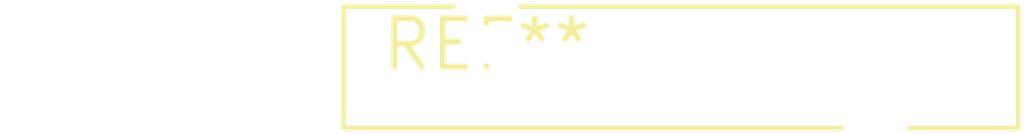
<source format=kicad_pcb>
(kicad_pcb (version 20240108) (generator pcbnew)
  (layers (0 "F.Cu" signal) (31 "B.Cu" signal) (34 "B.Paste" user) (35 "F.Paste" user) (36 "B.SilkS" user "B.Silkscreen") (37 "F.SilkS" user "F.Silkscreen") (38 "B.Mask" user) (39 "F.Mask" user) (44 "Edge.Cuts" user))
  (net 0 "")
  (footprint "Fuse_Bourns_MF-RHT1000" (layer "F.Cu") (at 0 0)
    (property "Reference" "REF**")
    (property "Value" "Fuse_Bourns_MF-RHT1000")
    (fp_line (start -3.751 -1) (end -3.751 2.2) (layer "F.SilkS") (stroke (width 0.12)))
    (fp_line (start -3.751 -1) (end -0.879 -1) (layer "F.SilkS") (stroke (width 0.12)))
    (fp_line (start -3.751 2.2) (end 9.322 2.2) (layer "F.SilkS") (stroke (width 0.12)))
    (fp_line (start 0.879 -1) (end 13.95 -1) (layer "F.SilkS") (stroke (width 0.12)))
    (fp_line (start 11.079 2.2) (end 13.95 2.2) (layer "F.SilkS") (stroke (width 0.12)))
    (fp_line (start 13.95 -1) (end 13.95 2.2) (layer "F.SilkS") (stroke (width 0.12)))
    (pad "1" thru_hole circle (at 0 0) (size 2.01 2.01) (drill 1.01) (layers *.Cu *.Mask) (remove_unused_layers))
    (pad "2" thru_hole circle (at 10.2 1.2) (size 2.01 2.01) (drill 1.01) (layers *.Cu *.Mask) (remove_unused_layers))
  )
)
</source>
